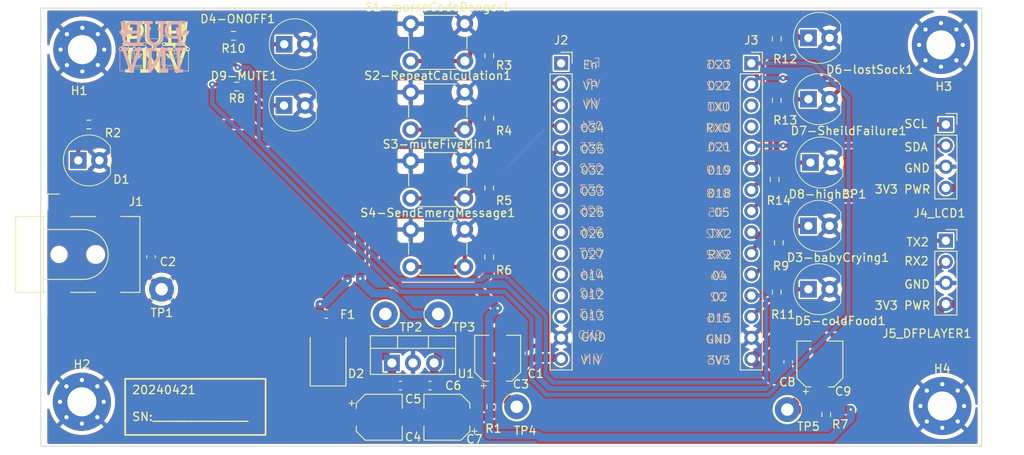
<source format=kicad_pcb>
(kicad_pcb (version 20221018) (generator pcbnew)
  (title_block (title "Esp32-6leds-4switches-2pj-circuit") (date "2024-04-14") (rev "V2") (company "Public Invention Supervision") (comment 1 "Coordinator: Robert Read") (comment 2 "Mentor: Forest Lee Ereckson") (comment 3 "Done by: Nagham Kheir"))
  (layers (0 "F.Cu" signal) (31 "B.Cu" power) (34 "B.Paste" user) (35 "F.Paste" user) (36 "B.SilkS" user "B.Silkscreen") (37 "F.SilkS" user "F.Silkscreen") (38 "B.Mask" user) (39 "F.Mask" user) (44 "Edge.Cuts" user))
  (net 0 "")
  (net 1 "GND")
  (net 2 "Vin")
  (net 3 "+5V")
  (net 4 "Net-(D1-Pad1)")
  (net 5 "Net-(D2-A)")
  (net 6 "Net-(D3-babyCrying1-Pad1)")
  (net 7 "Net-(D4-ONOFF1-Pad1)")
  (net 8 "Net-(D6-lostSock1-Pad1)")
  (net 9 "+3.3V")
  (net 10 "/PVRAW")
  (net 11 "/+5Vesp32")
  (net 12 "/+3V3esp32")
  (net 13 "Net-(D5-coldFood1-Pad1)")
  (net 14 "Net-(D9-MUTE1-Pad1)")
  (net 15 "Net-(J2-Pin_1)")
  (net 16 "Net-(J2-Pin_2)")
  (net 17 "Net-(J2-Pin_3)")
  (net 18 "Net-(J2-Pin_4)")
  (net 19 "Net-(J2-Pin_5)")
  (net 20 "Net-(J2-Pin_6)")
  (net 21 "Net-(J2-Pin_7)")
  (net 22 "Net-(J2-Pin_8)")
  (net 23 "Net-(J2-Pin_9)")
  (net 24 "Net-(J2-Pin_10)")
  (net 25 "Net-(J2-Pin_11)")
  (net 26 "Net-(J2-Pin_12)")
  (net 27 "Net-(J2-Pin_13)")
  (net 28 "Net-(J3-Pin_1)")
  (net 29 "Net-(J3-Pin_2)")
  (net 30 "Net-(J3-Pin_3)")
  (net 31 "Net-(J3-Pin_4)")
  (net 32 "Net-(J3-Pin_5)")
  (net 33 "Net-(J3-Pin_6)")
  (net 34 "Net-(J3-Pin_7)")
  (net 35 "Net-(J3-Pin_8)")
  (net 36 "Net-(J3-Pin_9)")
  (net 37 "Net-(J3-Pin_10)")
  (net 38 "Net-(J3-Pin_11)")
  (net 39 "Net-(J3-Pin_12)")
  (net 40 "Net-(J3-Pin_13)")
  (net 41 "Net-(D7-SheildFailure1-Pad1)")
  (net 42 "Net-(D8-highBP1-Pad1)")
  (footprint "Resistor_SMD:R_0603_1608Metric_Pad0.98x0.95mm_HandSolder" (layer "F.Cu") (at 138.176 70.612 -90)
    (fp_text reference "R14")
    (fp_text value "62")
  )
  (footprint "GeneralPurposeAlarmDevicePCB:LED_5mm_Radial" (layer "F.Cu") (at 144.78 53.594)
    (fp_text reference "D6-lostSock1")
    (fp_text value "LED_T1.75_CLEAR_RED")
  )
  (footprint "Button_Switch_THT:SW_PUSH_6mm_H9.5mm" (layer "F.Cu") (at 94.4529 60.1286)
    (fp_text reference "S2-RepeatCalculation1")
    (fp_text value "SWITCH_TACTILE_SPST-NO_0.05A_24V")
  )
  (footprint "GeneralPurposeAlarmDevicePCB:MountingHole_3.5mm_Pad_Via" (layer "F.Cu") (at 55 55)
    (fp_text reference "H1")
    (fp_text value "MountingHole_Pad_3.5mm")
  )
  (footprint "Connector_PinSocket_2.54mm:PinSocket_1x15_P2.54mm_Vertical" (layer "F.Cu") (at 112.522 56.642)
    (fp_text reference "J2")
    (fp_text value "Conn_01x15_Socket")
  )
  (footprint "Connector_PinSocket_2.54mm:PinSocket_1x04_P2.54mm_Vertical" (layer "F.Cu") (at 158.75 77.978)
    (fp_text reference "J5_DFPLAYER1")
    (fp_text value "Conn_01x04")
  )
  (footprint "Diode_SMD:D_SMB" (layer "F.Cu") (at 84.52475 91.79275 90)
    (fp_text reference "D2")
    (fp_text value "D_Schottky")
  )
  (footprint "TestPoint:TestPoint_Loop_D2.54mm_Drill1.5mm_Beaded" (layer "F.Cu") (at 139.7 98.298)
    (fp_text reference "TP5")
    (fp_text value "TestPoint")
  )
  (footprint "Resistor_SMD:R_0603_1608Metric_Pad0.98x0.95mm_HandSolder" (layer "F.Cu") (at 138.43 53.6975 -90)
    (fp_text reference "R12")
    (fp_text value "62")
  )
  (footprint "TestPoint:TestPoint_Loop_D2.54mm_Drill1.5mm_Beaded" (layer "F.Cu") (at 91.39875 86.79275)
    (fp_text reference "TP2")
    (fp_text value "TestPoint")
  )
  (footprint "Resistor_SMD:R_0603_1608Metric_Pad0.98x0.95mm_HandSolder" (layer "F.Cu") (at 55.7765 64.008)
    (fp_text reference "R2")
    (fp_text value "150")
  )
  (footprint "GeneralPurposeAlarmDevicePCB:MountingHole_3.5mm_Pad_Via" (layer "F.Cu") (at 54.942155 97.360155)
    (fp_text reference "H2")
    (fp_text value "MountingHole_Pad_3.5mm")
  )
  (footprint "Capacitor_SMD:C_0603_1608Metric_Pad1.08x0.95mm_HandSolder" (layer "F.Cu") (at 63.246 79.9095 -90)
    (fp_text reference "C2")
    (fp_text value "39pF")
  )
  (footprint "Capacitor_SMD:CP_Elec_5x5.4" (layer "F.Cu") (at 90.67075 99.22075)
    (fp_text reference "C4")
    (fp_text value "47uF 16V")
  )
  (footprint "clipboard:70bdaf9e-728c-4c59-bf8e-af8f097ba873" (layer "F.Cu") (at 115.316 84.582)
    (fp_text reference "")
    (fp_text value "")
  )
  (footprint "Capacitor_SMD:CP_Elec_5x5.4" (layer "F.Cu") (at 104.902 92.116 90)
    (fp_text reference "C3")
    (fp_text value "47uF 16V")
  )
  (footprint "Fuse:Fuse_0603_1608Metric" (layer "F.Cu") (at 84.31225 86.79275 180)
    (fp_text reference "F1")
    (fp_text value "Polyfuse_Small")
  )
  (footprint "Resistor_SMD:R_0603_1608Metric_Pad0.98x0.95mm_HandSolder" (layer "F.Cu") (at 138.684 78.232 -90)
    (fp_text reference "R9")
    (fp_text value "62")
  )
  (footprint "Resistor_SMD:R_0603_1608Metric_Pad0.98x0.95mm_HandSolder" (layer "F.Cu") (at 73.152 53.34 180)
    (fp_text reference "R10")
    (fp_text value "62")
  )
  (footprint "Resistor_SMD:R_0603_1608Metric_Pad0.98x0.95mm_HandSolder" (layer "F.Cu") (at 103.886 63.246 90)
    (fp_text reference "R4")
    (fp_text value "10k")
  )
  (footprint "Capacitor_SMD:C_0603_1608Metric_Pad1.08x0.95mm_HandSolder" (layer "F.Cu") (at 108.712 91.5075 90)
    (fp_text reference "C1")
    (fp_text value "100nF")
  )
  (footprint "GeneralPurposeAlarmDevicePCB:LED_5mm_Radial" (layer "F.Cu") (at 57.0465 68.326)
    (fp_text reference "D1")
    (fp_text value "LED_T1.75_CLEAR_RED")
  )
  (footprint "Resistor_SMD:R_0603_1608Metric_Pad0.98x0.95mm_HandSolder" (layer "F.Cu") (at 103.886 55.7295 -90)
    (fp_text reference "R3")
    (fp_text value "10k")
  )
  (footprint "GeneralPurposeAlarmDevicePCB:MountingHole_3.5mm_Pad_Via" (layer "F.Cu") (at 158.320155 97.868155)
    (fp_text reference "H4")
    (fp_text value "MountingHole_Pad_3.5mm")
  )
  (footprint "GeneralPurposeAlarmDevicePCB:LED_5mm_Radial" (layer "F.Cu") (at 144.78 76.2)
    (fp_text reference "D3-babyCrying1")
    (fp_text value "LED_T1.75_CLEAR_RED")
  )
  (footprint "Button_Switch_THT:SW_PUSH_6mm_H9.5mm" (layer "F.Cu") (at 94.4529 51.8786)
    (fp_text reference "S1-morseCodeDanger1")
    (fp_text value "SWITCH_TACTILE_SPST-NO_0.05A_24V")
  )
  (footprint "Resistor_SMD:R_0603_1608Metric_Pad0.98x0.95mm_HandSolder" (layer "F.Cu") (at 104.14 97.958 -90)
    (fp_text reference "R1")
    (fp_text value "1")
  )
  (footprint "Capacitor_SMD:CP_Elec_5x5.4" (layer "F.Cu") (at 98.79875 99.22075 180)
    (fp_text reference "C7")
    (fp_text value "47uF 16V")
  )
  (footprint "TestPoint:TestPoint_Loop_D2.54mm_Drill1.5mm_Beaded" (layer "F.Cu") (at 107.188 97.958)
    (fp_text reference "TP4")
    (fp_text value "TestPoint")
  )
  (footprint "Resistor_SMD:R_0603_1608Metric_Pad0.98x0.95mm_HandSolder" (layer "F.Cu") (at 144.3755 98.9095 90)
    (fp_text reference "R7")
    (fp_text value "1")
  )
  (footprint "GeneralPurposeAlarmDevicePCB:LED_5mm_Radial" (layer "F.Cu") (at 144.78 83.82)
    (fp_text reference "D5-coldFood1")
    (fp_text value "LED_T1.75_CLEAR_RED")
  )
  (footprint "TestPoint:TestPoint_Loop_D2.54mm_Drill1.5mm_Beaded" (layer "F.Cu") (at 97.74875 86.79275)
    (fp_text reference "TP3")
    (fp_text value "TestPoint")
  )
  (footprint "Resistor_SMD:R_0603_1608Metric_Pad0.98x0.95mm_HandSolder" (layer "F.Cu") (at 103.886 71.628 90)
    (fp_text reference "R5")
    (fp_text value "10k")
  )
  (footprint "GeneralPurposeAlarmDevicePCB:LED_5mm_Radial" (layer "F.Cu") (at 81.7635 61.722)
    (fp_text reference "D9-MUTE1")
    (fp_text value "LED_T1.75_CLEAR_RED")
  )
  (footprint "clipboard:4d4f84bf-47b5-4440-bb6d-76d1ab99c339" (layer "F.Cu") (at 132.334 57.658)
    (fp_text reference "")
    (fp_text value "")
  )
  (footprint "Button_Switch_THT:SW_PUSH_6mm_H9.5mm" (layer "F.Cu") (at 94.4529 68.3786)
    (fp_text reference "S3-muteFiveMin1")
    (fp_text value "SWITCH_TACTILE_SPST-NO_0.05A_24V")
  )
  (footprint "GeneralPurposeAlarmDevicePCB:LED_5mm_Radial" (layer "F.Cu") (at 81.788 54.356)
    (fp_text reference "D4-ONOFF1")
    (fp_text value "LED_T1.75_CLEAR_RED")
  )
  (footprint "Connector_PinSocket_2.54mm:PinSocket_1x04_P2.54mm_Vertical" (layer "F.Cu") (at 158.75 64.008)
    (fp_text reference "J4_LCD1")
    (fp_text value "Conn_01x04")
  )
  (footprint "GeneralPurposeAlarmDevicePCB:BarrelJack_CLIFF_FC681465S_SMT_Horizontal" (layer "F.Cu") (at 55.1 79.636)
    (fp_text reference "J1")
    (fp_text value "Barrel_Jack_Switch_SMT")
  )
  (footprint "Capacitor_SMD:C_0603_1608Metric_Pad1.08x0.95mm_HandSolder" (layer "F.Cu") (at 96.76675 95.41075 180)
    (fp_text reference "C6")
    (fp_text value "100nF")
  )
  (footprint "Resistor_SMD:R_0603_1608Metric_Pad0.98x0.95mm_HandSolder" (layer "F.Cu") (at 103.886 79.9569 90)
    (fp_text reference "R6")
    (fp_text value "10k")
  )
  (footprint "Capacitor_SMD:C_0603_1608Metric_Pad1.08x0.95mm_HandSolder" (layer "F.Cu") (at 93.21075 95.41075)
    (fp_text reference "C5")
    (fp_text value "100nF")
  )
  (footprint "GeneralPurposeAlarmDevicePCB:LED_5mm_Radial" (layer "F.Cu") (at 144.78 60.96)
    (fp_text reference "D7-SheildFailure1")
    (fp_text value "LED_T1.75_CLEAR_RED")
  )
  (footprint "Resistor_SMD:R_0603_1608Metric_Pad0.98x0.95mm_HandSolder" (layer "F.Cu") (at 138.43 84.1775 -90)
    (fp_text reference "R11")
    (fp_text value "62")
  )
  (footprint "Package_TO_SOT_THT:TO-220-3_Vertical" (layer "F.Cu") (at 92.18475 92.68775)
    (fp_text reference "U1")
    (fp_text value "LM7805_TO220")
  )
  (footprint "PubInv_KiCad_PCB:Logo_PI_BandW_70percent_10x10" (layer "F.Cu") (at 63.754 54.864)
    (fp_text reference "G***" hide)
    (fp_text value "LOGO" hide)
  )
  (footprint "Resistor_SMD:R_0603_1608Metric_Pad0.98x0.95mm_HandSolder" (layer "F.Cu") (at 73.5565 59.436 180)
    (fp_text reference "R8")
    (fp_text value "62")
  )
  (footprint "Capacitor_SMD:C_0603_1608Metric_Pad1.08x0.95mm_HandSolder" (layer "F.Cu") (at 139.8035 92.5595 90)
    (fp_text reference "C8")
    (fp_text value "100nF")
  )
  (footprint "Resistor_SMD:R_0603_1608Metric_Pad0.98x0.95mm_HandSolder" (layer "F.Cu") (at 138.43 61.1105 -90)
    (fp_text reference "R13")
    (fp_text value "62")
  )
  (footprint "Button_Switch_THT:SW_PUSH_6mm_H9.5mm" (layer "F.Cu") (at 94.4529 76.6286)
    (fp_text reference "S4-SendEmergMessage1")
    (fp_text value "SWITCH_TACTILE_SPST-NO_0.05A_24V")
  )
  (footprint "clipboard:061db143-2db6-424e-a8f9-62dfbcc2d95b" (layer "F.Cu") (at 132.334 88.646)
    (fp_text reference "")
    (fp_text value "")
  )
  (footprint "Capacitor_SMD:CP_Elec_5x5.4" (layer "F.Cu") (at 143.6135 92.8135 90)
    (fp_text reference "C9")
    (fp_text value "47uF 16V")
  )
  (footprint "Connector_PinSocket_2.54mm:PinSocket_1x15_P2.54mm_Vertical" (layer "F.Cu") (at 135.382 56.642)
    (fp_text reference "J3")
    (fp_text value "Conn_01x15_Socket")
  )
  (footprint "GeneralPurposeAlarmDevicePCB:LED_5mm_Radial" (layer "F.Cu") (at 145.018 68.58)
    (fp_text reference "D8-highBP1")
    (fp_text value "LED_T1.75_CLEAR_RED")
  )
  (footprint "TestPoint:TestPoint_Loop_D2.54mm_Drill1.5mm_Beaded" (layer "F.Cu") (at 64.516 83.82)
    (fp_text reference "TP1")
    (fp_text value "TestPoint")
  )
  (footprint "GeneralPurposeAlarmDevicePCB:MountingHole_3.5mm_Pad_Via" (layer "F.Cu") (at 158.163845 54.434155)
    (fp_text reference "H3")
    (fp_text value "MountingHole_Pad_3.5mm")
  )
  (footprint "clipboard:4d4f84bf-47b5-4440-bb6d-76d1ab99c339" (layer "B.Cu") (at 130.556 57.658 180)
    (fp_text reference "")
    (fp_text value "")
  )
  (footprint "clipboard:061db143-2db6-424e-a8f9-62dfbcc2d95b" (layer "B.Cu") (at 130.556 88.646 180)
    (fp_text reference "")
    (fp_text value "")
  )
  (footprint "PubInv_KiCad_PCB:Logo_PI_BandW_70percent_10x10" (layer "B.Cu") (at 63.5 54.864 180)
    (fp_text reference "G***" hide)
    (fp_text value "LOGO" hide)
  )
  (footprint "clipboard:70bdaf9e-728c-4c59-bf8e-af8f097ba873" (layer "B.Cu") (at 118.364 84.582 180)
    (fp_text reference "")
    (fp_text value "")
  )
  (gr_rect (start 50 50) (end 163.062 102.706) (stroke (width 0.1)) (fill none) (layer "Edge.Cuts"))
  (gr_text "3V3 PWR" (at 150.114 86.36) (layer "F.SilkS") (effects (font (size 1 1)) (justify left bottom)))
  (gr_text "RX2" (at 153.67 81.026) (layer "F.SilkS") (effects (font (size 1 1)) (justify left bottom)))
  (gr_text "SCL" (at 153.67 64.516) (layer "F.SilkS") (effects (font (size 1 1)) (justify left bottom)))
  (gr_text "3V3 PWR" (at 150.114 72.39) (layer "F.SilkS") (effects (font (size 1 1)) (justify left bottom)))
  (gr_text "GND" (at 153.67 69.85) (layer "F.SilkS") (effects (font (size 1 1)) (justify left bottom)))
  (gr_text "GND" (at 153.67 83.82) (layer "F.SilkS") (effects (font (size 1 1)) (justify left bottom)))
  (gr_text "SDA" (at 153.67 67.31) (layer "F.SilkS") (effects (font (size 1 1)) (justify left bottom)))
  (gr_text "TX2" (at 153.924 78.74) (layer "F.SilkS") (effects (font (size 1 1)) (justify left bottom)))
  (gr_text_box "20240421\n\nSN:_______________" (start 60.143 94.6) (end 77.017 101.346) (layer "F.SilkS") (effects (font (size 1 1)) (justify left top)) (stroke (width 0.2)))
  (segment (start 91.39875 86.79275) (end 91.39875 91.90175) (width 1.016) (layer "F.Cu") (net 2))
  (segment (start 92.34825 95.41075) (end 92.28075 95.41075) (width 1.016) (layer "F.Cu") (net 2))
  (segment (start 88.47075 97.88875) (end 84.52475 93.94275) (width 1.016) (layer "F.Cu") (net 2))
  (segment (start 88.47075 99.22075) (end 88.47075 97.88875) (width 1.016) (layer "F.Cu") (net 2))
  (segment (start 92.18475 92.68775) (end 92.18475 95.24725) (width 1.016) (layer "F.Cu") (net 2))
  (segment (start 92.18475 95.24725) (end 92.34825 95.41075) (width 1.016) (layer "F.Cu") (net 2))
  (segment (start 91.39875 91.90175) (end 92.18475 92.68775) (width 1.016) (layer "F.Cu") (net 2))
  (segment (start 92.28075 95.41075) (end 88.47075 99.22075) (width 1.016) (layer "F.Cu") (net 2))
  (segment (start 97.62925 95.85125) (end 100.99875 99.22075) (width 1.016) (layer "F.Cu") (net 3))
  (segment (start 97.26475 95.04625) (end 97.62925 95.41075) (width 1.016) (layer "F.Cu") (net 3))
  (segment (start 86.614 66.04) (end 88.392 67.818) (width 1.016) (layer "F.Cu") (net 3))
  (segment (start 77.216 66.04) (end 86.614 66.04) (width 1.016) (layer "F.Cu") (net 3))
  (segment (start 100.99875 99.22075) (end 103.78975 99.22075) (width 1.016) (layer "F.Cu") (net 3))
  (segment (start 97.74875 92.20375) (end 97.26475 92.68775) (width 1.016) (layer "F.Cu") (net 3))
  (segment (start 75.184 64.008) (end 77.216 66.04) (width 1.016) (layer "F.Cu") (net 3))
  (segment (start 56.689 64.008) (end 75.184 64.008) (width 1.016) (layer "F.Cu") (net 3))
  (segment (start 103.78975 99.22075) (end 104.14 98.8705) (width 1.016) (layer "F.Cu") (net 3))
  (segment (start 97.74875 86.79275) (end 97.74875 92.20375) (width 1.016) (layer "F.Cu") (net 3))
  (segment (start 97.26475 92.68775) (end 97.26475 95.04625) (width 1.016) (layer "F.Cu") (net 3))
  (segment (start 97.62925 95.41075) (end 97.62925 95.85125) (width 1.016) (layer "F.Cu") (net 3))
  (segment (start 88.392 67.818) (end 88.392 82.55) (width 1.016) (layer "F.Cu") (net 3))
  (via (at 88.392 82.55) (size 0.762) (drill 0.3) (layers "F.Cu" "B.Cu") (net 3))
  (segment (start 88.392 82.55) (end 88.392 82.804) (width 1.016) (layer "B.Cu") (net 3))
  (segment (start 96.402834 86.868) (end 96.478084 86.79275) (width 1.016) (layer "B.Cu") (net 3))
  (segment (start 94.596584 86.868) (end 96.402834 86.868) (width 1.016) (layer "B.Cu") (net 3))
  (segment (start 92.056584 84.328) (end 94.596584 86.868) (width 1.016) (layer "B.Cu") (net 3))
  (segment (start 89.916 84.328) (end 92.056584 84.328) (width 1.016) (layer "B.Cu") (net 3))
  (segment (start 96.478084 86.79275) (end 97.74875 86.79275) (width 1.016) (layer "B.Cu") (net 3))
  (segment (start 88.392 82.804) (end 89.916 84.328) (width 1.016) (layer "B.Cu") (net 3))
  (segment (start 54.5065 64.3655) (end 54.864 64.008) (width 0.5) (layer "F.Cu") (net 4))
  (segment (start 54.5065 68.326) (end 54.5065 64.3655) (width 0.5) (layer "F.Cu") (net 4))
  (segment (start 85.09975 86.79275) (end 85.09975 89.06775) (width 0.5) (layer "F.Cu") (net 5))
  (segment (start 85.09975 89.06775) (end 84.52475 89.64275) (width 0.5) (layer "F.Cu") (net 5))
  (segment (start 139.8505 77.3195) (end 140.97 76.2) (width 0.5) (layer "F.Cu") (net 6))
  (segment (start 140.97 76.2) (end 142.24 76.2) (width 0.5) (layer "F.Cu") (net 6))
  (segment (start 138.684 77.3195) (end 139.8505 77.3195) (width 0.5) (layer "F.Cu") (net 6))
  (segment (start 74.0645 53.34) (end 75.0805 54.356) (width 0.5) (layer "F.Cu") (net 7))
  (segment (start 75.0805 54.356) (end 79.248 54.356) (width 0.5) (layer "F.Cu") (net 7))
  (segment (start 138.43 52.785) (end 140.415 52.785) (width 0.5) (layer "F.Cu") (net 8))
  (segment (start 140.415 52.785) (end 141.224 53.594) (width 0.5) (layer "F.Cu") (net 8))
  (segment (start 141.224 53.594) (end 142.748 53.594) (width 0.5) (layer "F.Cu") (net 8))
  (segment (start 144.6765 98.298) (end 144.3755 97.997) (width 1.016) (layer "F.Cu") (net 9))
  (segment (start 92.202 83.058) (end 92.6946 83.058) (width 1.016) (layer "F.Cu") (net 9))
  (segment (start 90.0694 75.3551) (end 90.0694 80.9254) (width 1.016) (layer "F.Cu") (net 9))
  (segment (start 102.3414 58.1866) (end 90.7954 58.1866) (width 1.016) (layer "F.Cu") (net 9))
  (segment (start 102.3104 83.5506) (end 104.8658 86.106) (width 1.016) (layer "F.Cu") (net 9))
  (segment (start 90.8574 74.6866) (end 90.8574 74.8211) (width 1.016) (layer "F.Cu") (net 9))
  (segment (start 101.701799 66.4366) (end 103.886 64.252399) (width 1.016) (layer "F.Cu") (net 9))
  (segment (start 102.3104 83.5506) (end 103.886 81.975) (width 1.016) (layer "F.Cu") (net 9))
  (segment (start 90.0694 65.7781) (end 90.7354 66.4441) (width 1.016) (layer "F.Cu") (net 9))
  (segment (start 90.8574 74.8211) (end 101.6054 74.8211) (width 1.016) (layer "F.Cu") (net 9))
  (segment (start 90.7304 74.6941) (end 90.0694 75.3551) (width 1.016) (layer "F.Cu") (net 9))
  (segment (start 104.8658 86.106) (end 104.902 86.106) (width 1.016) (layer "F.Cu") (net 9))
  (segment (start 90.0694 80.9254) (end 92.202 83.058) (width 1.016) (layer "F.Cu") (net 9))
  (segment (start 90.6684 58.1941) (end 90.0694 58.7931) (width 1.016) (layer "F.Cu") (net 9))
  (segment (start 93.1872 83.5506) (end 102.3104 83.5506) (width 1.016) (layer "F.Cu") (net 9))
  (segment (start 90.0694 58.7931) (end 90.0694 65.7781) (width 1.016) (layer "F.Cu") (net 9))
  (segment (start 103.886 56.642) (end 102.3414 58.1866) (width 1.016) (layer "F.Cu") (net 9))
  (segment (start 103.886 81.975) (end 103.886 80.8694) (width 1.016) (layer "F.Cu") (net 9))
  (segment (start 90.8624 66.4366) (end 101.701799 66.4366) (width 1.016) (layer "F.Cu") (net 9))
  (segment (start 147.32 98.298) (end 144.6765 98.298) (width 1.016) (layer "F.Cu") (net 9))
  (segment (start 90.0694 74.0331) (end 90.7304 74.6941) (width 1.016) (layer "F.Cu") (net 9))
  (segment (start 92.6946 83.058) (end 93.1872 83.5506) (width 1.016) (layer "F.Cu") (net 9))
  (segment (start 90.7354 66.4441) (end 90.0694 67.1101) (width 1.016) (layer "F.Cu") (net 9))
  (segment (start 90.0694 67.1101) (end 90.0694 74.0331) (width 1.016) (layer "F.Cu") (net 9))
  (segment (start 103.886 64.252399) (end 103.886 64.1585) (width 1.016) (layer "F.Cu") (net 9))
  (segment (start 101.6054 74.8211) (end 103.886 72.5405) (width 1.016) (layer "F.Cu") (net 9))
  (via (at 147.32 98.298) (size 0.762) (drill 0.3) (layers "F.Cu" "B.Cu") (net 9))
  (via (at 104.902 86.106) (size 0.762) (drill 0.3) (layers "F.Cu" "B.Cu") (net 9))
  (segment (start 103.886 101.346) (end 109.728 101.346) (width 1.016) (layer "B.Cu") (net 9))
  (segment (start 104.902 86.106) (end 103.886 87.122) (width 1.016) (layer "B.Cu") (net 9))
  (segment (start 110.05895 101.67695) (end 144.95705 101.67695) (width 1.016) (layer "B.Cu") (net 9))
  (segment (start 109.728 101.346) (end 110.05895 101.67695) (width 1.016) (layer "B.Cu") (net 9))
  (segment (start 103.886 87.122) (end 103.886 101.346) (width 1.016) (layer "B.Cu") (net 9))
  (segment (start 147.32 99.314) (end 147.32 98.298) (width 1.016) (layer "B.Cu") (net 9))
  (segment (start 144.95705 101.67695) (end 147.32 99.314) (width 1.016) (layer "B.Cu") (net 9))
  (segment (start 86.667 79.047) (end 86.868 79.248) (width 1.016) (layer "F.Cu") (net 10))
  (segment (start 63.246 79.047) (end 86.667 79.047) (width 1.016) (layer "F.Cu") (net 10))
  (segment (start 58.335 74.136) (end 63.246 79.047) (width 1.016) (layer "F.Cu") (net 10))
  (segment (start 58.1 74.136) (end 58.335 74.136) (width 1.016) (layer "F.Cu") (net 10))
  (segment (start 52.1 74.136) (end 58.1 74.136) (width 1.016) (layer "F.Cu") (net 10))
  (segment (start 83.52475 86.79275) (end 83.52475 85.63925) (width 1.016) (layer "F.Cu") (net 10))
  (segment (start 83.52475 85.63925) (end 83.566 85.598) (width 1.016) (layer "F.Cu") (net 10))
  (segment (start 86.868 79.248) (end 86.868 82.804) (width 1.016) (layer "F.Cu") (net 10))
  (via (at 83.566 85.598) (size 0.762) (drill 0.3) (layers "F.Cu" "B.Cu") (net 10))
  (via (at 86.868 82.804) (size 0.762) (drill 0.3) (layers "F.Cu" "B.Cu") (net 10))
  (segment (start 86.868 82.804) (end 84.074 85.598) (width 1.016) (layer "B.Cu") (net 10))
  (segment (start 84.074 85.598) (end 83.566 85.598) (width 1.016) (layer "B.Cu") (net 10))
  (segment (start 106.2755 97.0455) (end 107.188 97.958) (width 1.016) (layer "F.Cu") (net 11))
  (segment (start 104.14 95.078) (end 104.902 94.316) (width 1.016) (layer "F.Cu") (net 11))
  (segment (start 112.6573 92.07895) (end 109.00305 92.07895) (width 1.016) (layer "F.Cu") (net 11))
  (segment (start 109.00305 92.07895) (end 108.712 92.37) (width 1.016) (layer "F.Cu") (net 11))
  (segment (start 104.14 97.0455) (end 104.14 95.078) (width 1.016) (layer "F.Cu") (net 11))
  (segment (start 104.902 94.316) (end 106.766 94.316) (width 1.016) (layer "F.Cu") (net 11))
  (segment (start 104.14 97.0455) (end 106.2755 97.0455) (width 1.016) (layer "F.Cu") (net 11))
  (segment (start 106.766 94.316) (end 108.712 92.37) (width 1.016) (layer "F.Cu") (net 11))
  (segment (start 158.75 85.598) (end 160.782 85.598) (width 1.016) (layer "F.Cu") (net 12))
  (segment (start 137.87755 94.7185) (end 135.3273 92.16825) (width 1.016) (layer "F.Cu") (net 12))
  (segment (start 144.3755 99.822) (end 144.018 99.822) (width 1.016) (layer "F.Cu") (net 12))
  (segment (start 141.395 95.0135) (end 139.8035 93.422) (width 1.016) (layer "F.Cu") (net 12))
  (segment (start 144.018 99.822) (end 142.494 98.298) (width 1.016) (layer "F.Cu") (net 12))
  (segment (start 139.8035 93.422) (end 138.507 94.7185) (width 1.016) (layer "F.Cu") (net 12))
  (segment (start 143.6135 95.0135) (end 142.9845 95.0135) (width 1.016) (layer "F.Cu") (net 12))
  (segment (start 142.494 98.298) (end 139.7 98.298) (width 1.016) (layer "F.Cu") (net 12))
  (segment (start 161.29 85.09) (end 161.29 72.136) (width 1.016) (layer "F.Cu") (net 12))
  (segment (start 142.9845 95.0135) (end 139.7 98.298) (width 1.016) (layer "F.Cu") (net 12))
  (segment (start 160.782 85.598) (end 161.29 85.09) (width 1.016) (layer "F.Cu") (net 12))
  (segment (start 160.782 71.628) (end 158.75 71.628) (width 1.016) (layer "F.Cu") (net 12))
  (segment (start 143.6135 95.0135) (end 141.395 95.0135) (width 1.016) (layer "F.Cu") (net 12))
  (segment (start 155.956 88.392) (end 139.192 88.392) (width 1.016) (layer "F.Cu") (net 12))
  (segment (start 161.29 72.136) (end 160.782 71.628) (width 1.016) (layer "F.Cu") (net 12))
  (segment (start 138.507 94.7185) (end 137.87755 94.7185) (width 1.016) (layer "F.Cu") (net 12))
  (segment (start 139.192 88.392) (end 135.382 92.202) (width 1.016) (layer "F.Cu") (net 12))
  (segment (start 158.75 85.598) (end 155.956 88.392) (width 1.016) (layer "F.Cu") (net 12))
  (segment (start 142.24 83.82) (end 138.985 83.82) (width 0.5) (layer "F.Cu") (net 13))
  (segment (start 138.985 83.82) (end 138.43 83.265) (width 0.5) (layer "F.Cu") (net 13))
  (segment (start 74.469 59.436) (end 76.755 61.722) (width 0.5) (layer "F.Cu") (net 14))
  (segment (start 76.755 61.722) (end 79.2235 61.722) (width 0.5) (layer "F.Cu") (net 14))
  (segment (start 101.6 54.61) (end 101.6 55.7315) (width 0.5) (layer "F.Cu") (net 16))
  (segment (start 103.886 54.817) (end 103.679 54.61) (width 0.5) (layer "F.Cu") (net 16))
  (segment (start 112.4673 59.05895) (end 108.12795 59.05895) (width 0.5) (layer "F.Cu") (net 16))
  (segment (start 101.6 55.7315) (end 100.9529 56.3786) (width 0.5) (layer "F.Cu") (net 16))
  (segment (start 103.679 54.61) (end 101.6 54.61) (width 0.5) (layer "F.Cu") (net 16))
  (segment (start 108.12795 59.05895) (end 103.886 54.817) (width 0.5) (layer "F.Cu") (net 16))
  (segment (start 100.9529 56.3786) (end 94.4529 56.3786) (width 0.5) (layer "F.Cu") (net 16))
  (segment (start 94.4529 64.6286) (end 100.9529 64.6286) (width 0.5) (layer "F.Cu") (net 17))
  (segment (start 112.4673 61.59895) (end 104.62055 61.59895) (width 0.5) (layer "F.Cu") (net 17))
  (segment (start 101.6 62.23) (end 101.6 63.9815) (width 0.5) (layer "F.Cu") (net 17))
  (segment (start 104.62055 61.59895) (end 103.886 62.3335) (width 0.5) (layer "F.Cu") (net 17))
  (segment (start 103.886 62.3335) (end 101.7035 62.3335) (width 0.5) (layer "F.Cu") (net 17))
  (segment (start 101.6 63.9815) (end 100.9529 64.6286) (width 0.5) (layer "F.Cu") (net 17))
  (segment (start 101.7035 62.3335) (end 101.6 62.23) (width 0.5) (layer "F.Cu") (net 17))
  (segment (start 112.4673 64.13895) (end 110.46255 64.13895) (width 0.5) (layer "F.Cu") (net 18))
  (segment (start 94.4529 72.8786) (end 94.4723 72.898) (width 0.5) (layer "F.Cu") (net 18))
  (segment (start 103.116 70.7155) (end 103.886 70.7155) (width 0.5) (layer "F.Cu") (net 18))
  (segment (start 100.9529 72.8786) (end 103.116 70.7155) (width 0.5) (layer "F.Cu") (net 18))
  (segment (start 110.46255 64.13895) (end 103.886 70.7155) (width 0.5) (layer "F.Cu") (net 18))
  (segment (start 94.4723 72.898) (end 100.9335 72.898) (width 0.5) (layer "F.Cu") (net 18))
  (segment (start 100.9335 72.898) (end 100.9529 72.8786) (width 0.5) (layer "F.Cu") (net 18))
  (segment (start 100.9529 81.1286) (end 94.4529 81.1286) (width 0.5) (layer "F.Cu") (net 19))
  (segment (start 100.9529 81.1286) (end 100.9529 79.3871) (width 0.5) (layer "F.Cu") (net 19))
  (segment (start 101.2956 79.0444) (end 103.886 79.0444) (width 0.5) (layer "F.Cu") (net 19))
  (segment (start 100.9529 79.3871) (end 101.2956 79.0444) (width 0.5) (layer "F.Cu") (net 19))
  (segment (start 103.886 75.26025) (end 103.886 79.0444) (width 0.5) (layer "F.Cu") (net 19))
  (segment (start 112.4673 66.67895) (end 103.886 75.26025) (width 0.5) (layer "F.Cu") (net 19))
  (segment (start 72.39 59.182) (end 70.612 59.182) (width 0.5) (layer "F.Cu") (net 28))
  (segment (start 72.644 59.436) (end 72.39 59.182) (width 0.5) (layer "F.Cu") (net 28))
  (via (at 70.612 59.182) (size 0.762) (drill 0.3) (layers "F.Cu" "B.Cu") (net 28))
  (segment (start 108.966 87.376) (end 108.966 94.742) (width 0.5) (layer "B.Cu") (net 28))
  (segment (start 70.612 61.528599) (end 93.215401 84.132) (width 0.5) (layer "B.Cu") (net 28))
  (segment (start 105.722 84.132) (end 108.966 87.376) (width 0.5) (layer "B.Cu") (net 28))
  (segment (start 142.88661 56.642) (end 135.382 56.642) (width 0.5) (layer "B.Cu") (net 28))
  (segment (start 110.744 96.52) (end 137.414 96.52) (width 0.5) (layer "B.Cu") (net 28))
  (segment (start 137.414 96.52) (end 147.066 86.868) (width 0.5) (layer "B.Cu") (net 28))
  (segment (start 147.066 86.868) (end 147.066 60.82139) (width 0.5) (layer "B.Cu") (net 28))
  (segment (start 147.066 60.82139) (end 142.88661 56.642) (width 0.5) (layer "B.Cu") (net 28))
  (segment (start 93.215401 84.132) (end 105.722 84.132) (width 0.5) (layer "B.Cu") (net 28))
  (segment (start 108.966 94.742) (end 110.744 96.52) (width 0.5) (layer "B.Cu") (net 28))
  (segment (start 70.612 59.182) (end 70.612 61.528599) (width 0.5) (layer "B.Cu") (net 28))
  (segment (start 151.892 64.008) (end 146.304 58.42) (width 0.5) (layer "F.Cu") (net 29))
  (segment (start 158.75 64.008) (end 151.892 64.008) (width 0.5) (layer "F.Cu") (net 29))
  (segment (start 146.304 58.42) (end 139.192 58.42) (width 0.5) (layer "F.Cu") (net 29))
  (via (at 139.192 58.42) (size 0.762) (drill 0.3) (layers "F.Cu" "B.Cu") (net 29))
  (segment (start 136.144 58.42) (end 135.382 59.182) (width 0.5) (layer "B.Cu") (net 29))
  (segment (start 139.192 58.42) (end 136.144 58.42) (width 0.5) (layer "B.Cu") (net 29))
  (segment (start 158.75 66.548) (end 139.192 66.548) (width 0.5) (layer "F.Cu") (net 32))
  (via (at 139.192 66.548) (size 0.762) (drill 0.3) (layers "F.Cu" "B.Cu") (net 32))
  (segment (start 139.192 66.548) (end 135.636 66.548) (width 0.5) (layer "B.Cu") (net 32))
  (segment (start 135.636 66.548) (end 135.382 66.802) (width 0.5) (layer "B.Cu") (net 32))
  (segment (start 136.7273 56.3127) (end 136.7273 67.90825) (width 0.5) (layer "F.Cu") (net 33))
  (segment (start 136.7273 67.90825) (end 135.3273 69.30825) (width 0.5) (layer "F.Cu") (net 33))
  (segment (start 138.43 54.61) (end 136.7273 56.3127) (width 0.5) (layer "F.Cu") (net 33))
  (segment (start 137.668 68.072) (end 137.16 68.58) (width 0.5) (layer "F.Cu") (net 34))
  (segment (start 137.16 68.58) (end 137.16 70.01555) (width 0.5) (layer "F.Cu") (net 34))
  (segment (start 137.668 62.785) (end 137.668 68.072) (width 0.5) (layer "F.Cu") (net 34))
  (segment (start 137.16 70.01555) (end 135.3273 71.84825) (width 0.5) (layer "F.Cu") (net 34))
  (segment (start 138.43 62.023) (end 137.668 62.785) (width 0.5) (layer "F.Cu") (net 34))
  (segment (start 135.3273 74.3732) (end 138.176 71.5245) (width 0.5) (layer "F.Cu") (net 35))
  (segment (start 135.3273 74.38825) (end 135.3273 74.3732) (width 0.5) (layer "F.Cu") (net 35))
  (segment (start 149.86 72.39) (end 153.104 75.634) (width 0.508) (layer "F.Cu") (net 36))
  (segment (start 153.104 76.904) (end 154.178 77.978) (width 0.508) (layer "F.Cu") (net 36))
  (segment (start 141.158122 72.39) (end 149.86 72.39) (width 0.508) (layer "F.Cu") (net 36))
  (segment (start 153.104 75.634) (end 153.104 76.904) (width 0.508) (layer "F.Cu") (net 36))
  (segment (start 154.178 77.978) (end 158.75 77.978) (width 0.508) (layer "F.Cu") (net 36))
  (segment (start 135.382 76.962) (end 135.984061 77.564061) (width 0.508) (layer "F.Cu") (net 36))
  (segment (start 135.984061 77.564061) (end 141.158122 72.39) (width 0.508) (layer "F.Cu") (net 36))
  (segment (start 157.988 81.28) (end 158.75 80.518) (width 0.5) (layer "F.Cu") (net 37))
  (segment (start 135.382 79.161728) (end 141.449728 73.094) (width 0.5) (layer "F.Cu") (net 37))
  (segment (start 151.13 76.2) (end 151.13 78.74) (width 0.5) (layer "F.Cu") (net 37))
  (segment (start 151.13 78.74) (end 153.67 81.28) (width 0.5) (layer "F.Cu") (net 37))
  (segment (start 153.67 81.28) (end 157.988 81.28) (width 0.5) (layer "F.Cu") (net 37))
  (segment (start 148.024 73.094) (end 151.13 76.2) (width 0.5) (layer "F.Cu") (net 37))
  (segment (start 135.382 79.502) (end 135.382 79.161728) (width 0.5) (layer "F.Cu") (net 37))
  (segment (start 141.449728 73.094) (end 148.024 73.094) (width 0.5) (layer "F.Cu") (net 37))
  (segment (start 135.82025 82.00825) (end 138.684 79.1445) (width 0.5) (layer "F.Cu") (net 38))
  (segment (start 135.3273 82.00825) (end 135.82025 82.00825) (width 0.5) (layer "F.Cu") (net 38))
  (segment (start 73.66 57.15) (end 72.2395 55.7295) (width 0.5) (layer "F.Cu") (net 39))
  (segment (start 72.2395 55.7295) (end 72.2395 53.34) (width 0.5) (layer "F.Cu") (net 39))
  (via (at 73.66 57.15) (size 0.762) (drill 0.3) (layers "F.Cu" "B.Cu") (net 39))
  (segment (start 137.16 85.09) (end 136.652 84.582) (width 0.5) (layer "B.Cu") (net 39))
  (segment (start 111.54203 95.03203) (end 136.94203 95.03203) (width 0.5) (layer "B.Cu") (net 39))
  (segment (start 105.918 82.296) (end 110.682 87.06) (width 0.5) (layer "B.Cu") (net 39))
  (segment (start 136.652 84.582) (end 135.382 84.582) (width 0.5) (layer "B.Cu") (net 39))
  (segment (start 137.16 94.81406) (end 137.16 85.09) (width 0.5) (layer "B.Cu") (net 39))
  (segment (start 73.66 57.15) (end 74.93 57.15) (width 0.5) (layer "B.Cu") (net 39))
  (segment (start 102.9986 82.6786) (end 103.3812 82.296) (width 0.5) (layer "B.Cu") (net 39))
  (segment (start 110.682 94.172) (end 111.54203 95.03203) (width 0.5) (layer "B.Cu") (net 39))
  (segment (start 103.3812 82.296) (end 105.918 82.296) (width 0.5) (layer "B.Cu") (net 39))
  (segment (start 76.2 58.42) (end 76.2 66.04) (width 0.5) (layer "B.Cu") (net 39))
  (segment (start 76.2 66.04) (end 92.8386 82.6786) (width 0.5) (layer "B.Cu") (net 39))
  (segment (start 136.94203 95.03203) (end 137.16 94.81406) (width 0.5) (layer "B.Cu") (net 39))
  (segment (start 74.93 57.15) (end 76.2 58.42) (width 0.5) (layer "B.Cu") (net 39))
  (segment (start 92.8386 82.6786) (end 102.9986 82.6786) (width 0.5) (layer "B.Cu") (net 39))
  (segment (start 110.682 87.06) (end 110.682 94.172) (width 0.5) (layer "B.Cu") (net 39))
  (segment (start 138.43 85.09) (end 137.414 85.09) (width 0.5) (layer "F.Cu") (net 40))
  (segment (start 137.414 85.09) (end 135.382 87.122) (width 0.5) (layer "F.Cu") (net 40))
  (segment (start 140.97 60.96) (end 142.24 60.96) (width 0.5) (layer "F.Cu") (net 41))
  (segment (start 138.43 60.198) (end 140.208 60.198) (width 0.5) (layer "F.Cu") (net 41))
  (segment (start 140.208 60.198) (end 140.97 60.96) (width 0.5) (layer "F.Cu") (net 41))
  (segment (start 139.8505 69.6995) (end 140.97 68.58) (width 0.5) (layer "F.Cu") (net 42))
  (segment (start 138.176 69.6995) (end 139.8505 69.6995) (width 0.5) (layer "F.Cu") (net 42))
  (segment (start 140.97 68.58) (end 142.478 68.58) (width 0.5) (layer "F.Cu") (net 42))
  (zone (net 1) (net_name "GND") (layer "F.Cu") (connect_pads (clearance 0)) (min_thickness 0.25) (fill yes (thermal_gap 0.5) (thermal_bridge_width 0.5))
    (polygon (pts (xy 50.8 49.53) (xy 162.56 49.53) (xy 162.56 102.87) (xy 50.8 102.87)))
  )
  (zone (net 1) (net_name "GND") (layer "F.Cu") (priority 1) (connect_pads (clearance 0)) (min_thickness 0.25) (fill yes (thermal_gap 0.5) (thermal_bridge_width 0.5))
    (polygon (pts (xy 104.763209 73.66) (xy 110.993025 67.529885) (xy 111.02251 67.500872) (xy 110.725108 64.310306) (xy 104.730721 70.529279)))
  )
  (zone (net 1) (net_name "GND") (layers "F&B.Cu") (priority 1) (connect_pads (clearance 0)) (min_thickness 0.25) (fill yes (thermal_gap 0.5) (thermal_bridge_width 0.5))
    (polygon (pts (xy 104.763209 73.66) (xy 107.34452 71.12) (xy 111.02933 67.31) (xy 110.695757 64.340757) (xy 104.730721 70.529279)))
  )
  (zone (net 1) (net_name "GND") (layers "F&B.Cu") (connect_pads (clearance 0)) (min_thickness 0.25) (fill yes (thermal_gap 0.5) (thermal_bridge_width 0.5))
    (polygon (pts (xy 50.8 49.53) (xy 162.56 49.53) (xy 162.56 102.87) (xy 50.8 102.87)))
  )
)
</source>
